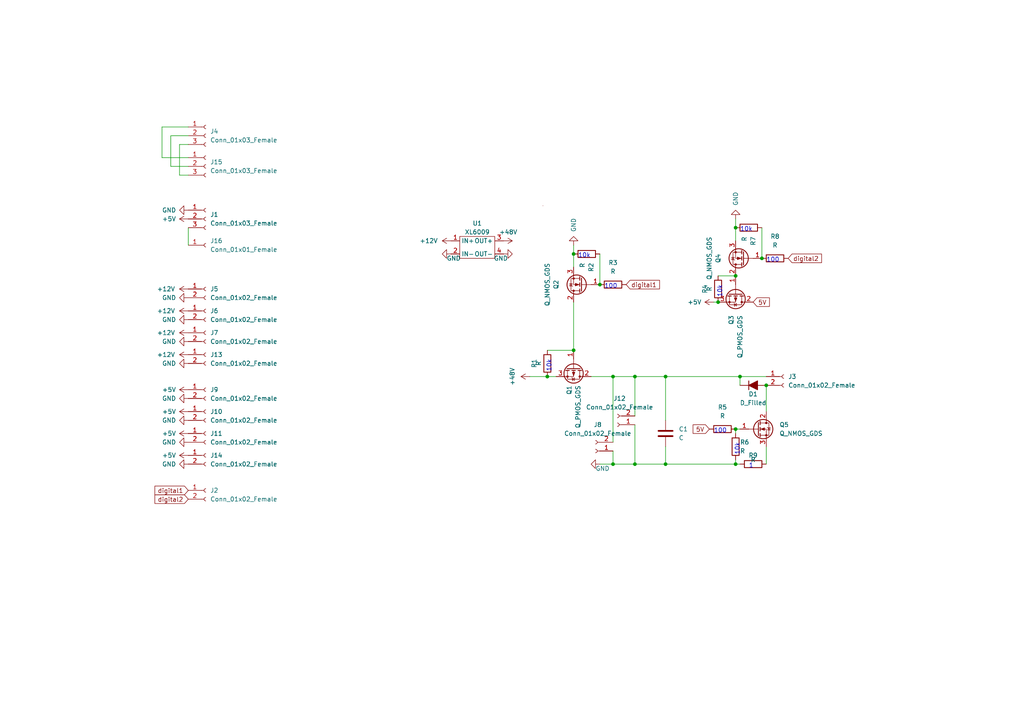
<source format=kicad_sch>
(kicad_sch (version 20211123) (generator eeschema)
  (paper "A4")
  (lib_symbols
    (symbol "Connector:Conn_01x01_Female" (pin_names (offset 1.016) hide)
      (property "Reference" "J" (at 0 2.54 0))
      (property "Value" "Conn_01x01_Female" (at 0 -2.54 0))
      (symbol "Conn_01x01_Female_1_1"
        (polyline (pts (xy -1.27 0) (xy -0.508 0)) (stroke (width 0.1524)))
        (arc (start 0 0.508) (mid -0.508 0) (end 0 -0.508) (stroke (width 0.1524)))
        (pin passive line (at -5.08 0 0) (length 3.81) (name "Pin_1") (number "1"))
      )
    )
    (symbol "Connector:Conn_01x02_Female" (pin_names (offset 1.016) hide)
      (property "Reference" "J" (at 0 2.54 0))
      (property "Value" "Conn_01x02_Female" (at 0 -5.08 0))
      (symbol "Conn_01x02_Female_1_1"
        (arc (start 0 -2.032) (mid -0.508 -2.54) (end 0 -3.048) (stroke (width 0.1524)))
        (polyline (pts (xy -1.27 -2.54) (xy -0.508 -2.54)) (stroke (width 0.1524)))
        (polyline (pts (xy -1.27 0) (xy -0.508 0)) (stroke (width 0.1524)))
        (arc (start 0 0.508) (mid -0.508 0) (end 0 -0.508) (stroke (width 0.1524)))
        (pin passive line (at -5.08 0 0) (length 3.81) (name "Pin_1") (number "1"))
        (pin passive line (at -5.08 -2.54 0) (length 3.81) (name "Pin_2") (number "2"))
      )
    )
    (symbol "Connector:Conn_01x03_Female" (pin_names (offset 1.016) hide)
      (property "Reference" "J" (at 0 5.08 0))
      (property "Value" "Conn_01x03_Female" (at 0 -5.08 0))
      (symbol "Conn_01x03_Female_1_1"
        (arc (start 0 -2.032) (mid -0.508 -2.54) (end 0 -3.048) (stroke (width 0.1524)))
        (polyline (pts (xy -1.27 -2.54) (xy -0.508 -2.54)) (stroke (width 0.1524)))
        (polyline (pts (xy -1.27 0) (xy -0.508 0)) (stroke (width 0.1524)))
        (polyline (pts (xy -1.27 2.54) (xy -0.508 2.54)) (stroke (width 0.1524)))
        (arc (start 0 0.508) (mid -0.508 0) (end 0 -0.508) (stroke (width 0.1524)))
        (arc (start 0 3.048) (mid -0.508 2.54) (end 0 2.032) (stroke (width 0.1524)))
        (pin passive line (at -5.08 2.54 0) (length 3.81) (name "Pin_1") (number "1"))
        (pin passive line (at -5.08 0 0) (length 3.81) (name "Pin_2") (number "2"))
        (pin passive line (at -5.08 -2.54 0) (length 3.81) (name "Pin_3") (number "3"))
      )
    )
    (symbol "Device:C" (pin_numbers hide) (pin_names (offset 0.254))
      (property "Reference" "C" (at 0.635 2.54 0))
      (property "Value" "C" (at 0.635 -2.54 0))
      (symbol "C_0_1"
        (polyline (pts (xy -2.032 -0.762) (xy 2.032 -0.762)) (stroke (width 0.508)))
        (polyline (pts (xy -2.032 0.762) (xy 2.032 0.762)) (stroke (width 0.508)))
      )
      (symbol "C_1_1"
        (pin passive line (at 0 3.81 270) (length 2.794) (name "~") (number "1"))
        (pin passive line (at 0 -3.81 90) (length 2.794) (name "~") (number "2"))
      )
    )
    (symbol "Device:D_Filled" (pin_numbers hide) (pin_names (offset 1.016) hide)
      (property "Reference" "D" (at 0 2.54 0))
      (property "Value" "D_Filled" (at 0 -2.54 0))
      (symbol "D_Filled_0_1"
        (polyline (pts (xy -1.27 1.27) (xy -1.27 -1.27)) (stroke (width 0.254)))
        (polyline (pts (xy 1.27 0) (xy -1.27 0)))
        (polyline (pts (xy 1.27 1.27) (xy 1.27 -1.27) (xy -1.27 0) (xy 1.27 1.27)) (stroke (width 0.254)) (fill (type outline)))
      )
      (symbol "D_Filled_1_1"
        (pin passive line (at -3.81 0 0) (length 2.54) (name "K") (number "1"))
        (pin passive line (at 3.81 0 180) (length 2.54) (name "A") (number "2"))
      )
    )
    (symbol "Device:Q_NMOS_GDS" (pin_names (offset 0) hide)
      (property "Reference" "Q" (at 5.08 1.27 0))
      (property "Value" "Q_NMOS_GDS" (at 5.08 -1.27 0))
      (symbol "Q_NMOS_GDS_0_1"
        (polyline (pts (xy 0.254 0) (xy -2.54 0)))
        (polyline (pts (xy 0.254 1.905) (xy 0.254 -1.905)) (stroke (width 0.254)))
        (polyline (pts (xy 0.762 -1.27) (xy 0.762 -2.286)) (stroke (width 0.254)))
        (polyline (pts (xy 0.762 0.508) (xy 0.762 -0.508)) (stroke (width 0.254)))
        (polyline (pts (xy 0.762 2.286) (xy 0.762 1.27)) (stroke (width 0.254)))
        (polyline (pts (xy 2.54 2.54) (xy 2.54 1.778)))
        (polyline (pts (xy 2.54 -2.54) (xy 2.54 0) (xy 0.762 0)))
        (polyline (pts (xy 0.762 -1.778) (xy 3.302 -1.778) (xy 3.302 1.778) (xy 0.762 1.778)))
        (polyline (pts (xy 1.016 0) (xy 2.032 0.381) (xy 2.032 -0.381) (xy 1.016 0)) (fill (type outline)))
        (polyline (pts (xy 2.794 0.508) (xy 2.921 0.381) (xy 3.683 0.381) (xy 3.81 0.254)))
        (polyline (pts (xy 3.302 0.381) (xy 2.921 -0.254) (xy 3.683 -0.254) (xy 3.302 0.381)))
        (circle (center 1.651 0) (radius 2.794) (stroke (width 0.254)))
        (circle (center 2.54 -1.778) (radius 0.254) (fill (type outline)))
        (circle (center 2.54 1.778) (radius 0.254) (fill (type outline)))
      )
      (symbol "Q_NMOS_GDS_1_1"
        (pin input line (at -5.08 0 0) (length 2.54) (name "G") (number "1"))
        (pin passive line (at 2.54 5.08 270) (length 2.54) (name "D") (number "2"))
        (pin passive line (at 2.54 -5.08 90) (length 2.54) (name "S") (number "3"))
      )
    )
    (symbol "Device:Q_PMOS_GDS" (pin_names (offset 0) hide)
      (property "Reference" "Q" (at 5.08 1.27 0))
      (property "Value" "Q_PMOS_GDS" (at 5.08 -1.27 0))
      (symbol "Q_PMOS_GDS_0_1"
        (polyline (pts (xy 0.254 0) (xy -2.54 0)))
        (polyline (pts (xy 0.254 1.905) (xy 0.254 -1.905)) (stroke (width 0.254)))
        (polyline (pts (xy 0.762 -1.27) (xy 0.762 -2.286)) (stroke (width 0.254)))
        (polyline (pts (xy 0.762 0.508) (xy 0.762 -0.508)) (stroke (width 0.254)))
        (polyline (pts (xy 0.762 2.286) (xy 0.762 1.27)) (stroke (width 0.254)))
        (polyline (pts (xy 2.54 2.54) (xy 2.54 1.778)))
        (polyline (pts (xy 2.54 -2.54) (xy 2.54 0) (xy 0.762 0)))
        (polyline (pts (xy 0.762 1.778) (xy 3.302 1.778) (xy 3.302 -1.778) (xy 0.762 -1.778)))
        (polyline (pts (xy 2.286 0) (xy 1.27 0.381) (xy 1.27 -0.381) (xy 2.286 0)) (fill (type outline)))
        (polyline (pts (xy 2.794 -0.508) (xy 2.921 -0.381) (xy 3.683 -0.381) (xy 3.81 -0.254)))
        (polyline (pts (xy 3.302 -0.381) (xy 2.921 0.254) (xy 3.683 0.254) (xy 3.302 -0.381)))
        (circle (center 1.651 0) (radius 2.794) (stroke (width 0.254)))
        (circle (center 2.54 -1.778) (radius 0.254) (fill (type outline)))
        (circle (center 2.54 1.778) (radius 0.254) (fill (type outline)))
      )
      (symbol "Q_PMOS_GDS_1_1"
        (pin input line (at -5.08 0 0) (length 2.54) (name "G") (number "1"))
        (pin passive line (at 2.54 5.08 270) (length 2.54) (name "D") (number "2"))
        (pin passive line (at 2.54 -5.08 90) (length 2.54) (name "S") (number "3"))
      )
    )
    (symbol "Device:R" (pin_numbers hide) (pin_names (offset 0))
      (property "Reference" "R" (at 2.032 0 90))
      (property "Value" "R" (at 0 0 90))
      (symbol "R_0_1"
        (rectangle (start -1.016 -2.54) (end 1.016 2.54) (stroke (width 0.254)))
      )
      (symbol "R_1_1"
        (pin passive line (at 0 3.81 270) (length 1.27) (name "~") (number "1"))
        (pin passive line (at 0 -3.81 90) (length 1.27) (name "~") (number "2"))
      )
    )
    (symbol "XL6009:XL6009"
      (property "Reference" "U" (at 0 1.27 0))
      (property "Value" "XL6009" (at 0 -1.27 0))
      (symbol "XL6009_0_1"
        (rectangle (start -5.08 -2.54) (end 5.08 -8.89))
        (rectangle (start 19.05 6.35) (end 19.05 6.35))
      )
      (symbol "XL6009_1_1"
        (pin input line (at -7.62 -3.81 0) (length 2.54) (name "IN+") (number "1"))
        (pin input line (at -7.62 -7.62 0) (length 2.54) (name "IN-") (number "2"))
        (pin input line (at 7.62 -3.81 180) (length 2.54) (name "OUT+") (number "3"))
        (pin input line (at 7.62 -7.62 180) (length 2.54) (name "OUT-") (number "4"))
      )
    )
    (symbol "power:+12V" (power) (pin_names (offset 0))
      (property "Value" "+12V" (at 0 3.556 0))
      (symbol "+12V_0_1"
        (polyline (pts (xy -0.762 1.27) (xy 0 2.54)))
        (polyline (pts (xy 0 0) (xy 0 2.54)))
        (polyline (pts (xy 0 2.54) (xy 0.762 1.27)))
      )
      (symbol "+12V_1_1"
        (pin power_in line (at 0 0 90) (length 0) hide (name "+12V") (number "1"))
      )
    )
    (symbol "power:+48V" (power) (pin_names (offset 0))
      (property "Value" "+48V" (at 0 3.556 0))
      (symbol "+48V_0_1"
        (polyline (pts (xy -0.762 1.27) (xy 0 2.54)))
        (polyline (pts (xy 0 0) (xy 0 2.54)))
        (polyline (pts (xy 0 2.54) (xy 0.762 1.27)))
      )
      (symbol "+48V_1_1"
        (pin power_in line (at 0 0 90) (length 0) hide (name "+48V") (number "1"))
      )
    )
    (symbol "power:+5V" (power) (pin_names (offset 0))
      (property "Value" "+5V" (at 0 3.556 0))
      (symbol "+5V_0_1"
        (polyline (pts (xy -0.762 1.27) (xy 0 2.54)))
        (polyline (pts (xy 0 0) (xy 0 2.54)))
        (polyline (pts (xy 0 2.54) (xy 0.762 1.27)))
      )
      (symbol "+5V_1_1"
        (pin power_in line (at 0 0 90) (length 0) hide (name "+5V") (number "1"))
      )
    )
    (symbol "power:GND" (power) (pin_names (offset 0))
      (property "Value" "GND" (at 0 -3.81 0))
      (symbol "GND_0_1"
        (polyline (pts (xy 0 0) (xy 0 -1.27) (xy 1.27 -1.27) (xy 0 -2.54) (xy -1.27 -1.27) (xy 0 -1.27)))
      )
      (symbol "GND_1_1"
        (pin power_in line (at 0 0 270) (length 0) hide (name "GND") (number "1"))
      )
    )
  )
  (junction (at 177.8 134.62))
  (junction (at 166.37 73.66))
  (junction (at 220.98 74.93))
  (junction (at 193.04 134.62))
  (junction (at 177.8 109.22))
  (junction (at 213.36 66.04))
  (junction (at 166.37 101.6))
  (junction (at 193.04 109.22))
  (junction (at 184.15 134.62))
  (junction (at 213.36 134.62))
  (junction (at 213.36 124.46))
  (junction (at 213.36 80.01))
  (junction (at 173.99 82.55))
  (junction (at 222.25 111.76))
  (junction (at 158.75 109.22))
  (junction (at 184.15 109.22))
  (junction (at 208.28 87.63))
  (junction (at 214.63 109.22))
  (wire (pts (xy 173.99 134.62) (xy 177.8 134.62)))
  (wire (pts (xy 166.37 87.63) (xy 166.37 101.6)))
  (wire (pts (xy 177.8 134.62) (xy 184.15 134.62)))
  (wire (pts (xy 220.98 66.04) (xy 220.98 74.93)))
  (wire (pts (xy 54.61 66.04) (xy 54.61 71.12)))
  (wire (pts (xy 52.07 41.91) (xy 52.07 50.8)))
  (wire (pts (xy 184.15 109.22) (xy 193.04 109.22)))
  (wire (pts (xy 52.07 50.8) (xy 54.61 50.8)))
  (wire (pts (xy 177.8 130.81) (xy 177.8 134.62)))
  (wire (pts (xy 158.75 101.6) (xy 166.37 101.6)))
  (wire (pts (xy 213.36 125.73) (xy 213.36 124.46)))
  (wire (pts (xy 214.63 109.22) (xy 193.04 109.22)))
  (wire (pts (xy 184.15 109.22) (xy 184.15 120.65)))
  (wire (pts (xy 213.36 124.46) (xy 214.63 124.46)))
  (wire (pts (xy 213.36 133.35) (xy 213.36 134.62)))
  (wire (pts (xy 54.61 41.91) (xy 52.07 41.91)))
  (wire (pts (xy 153.67 109.22) (xy 158.75 109.22)))
  (wire (pts (xy 177.8 109.22) (xy 184.15 109.22)))
  (wire (pts (xy 158.75 109.22) (xy 161.29 109.22)))
  (wire (pts (xy 207.01 87.63) (xy 208.28 87.63)))
  (wire (pts (xy 213.36 66.04) (xy 213.36 69.85)))
  (wire (pts (xy 49.53 48.26) (xy 54.61 48.26)))
  (wire (pts (xy 213.36 134.62) (xy 193.04 134.62)))
  (wire (pts (xy 222.25 109.22) (xy 214.63 109.22)))
  (wire (pts (xy 184.15 134.62) (xy 193.04 134.62)))
  (wire (pts (xy 54.61 36.83) (xy 46.99 36.83)))
  (wire (pts (xy 173.99 73.66) (xy 173.99 82.55)))
  (wire (pts (xy 46.99 45.72) (xy 54.61 45.72)))
  (wire (pts (xy 166.37 71.12) (xy 166.37 73.66)))
  (wire (pts (xy 49.53 39.37) (xy 49.53 48.26)))
  (wire (pts (xy 184.15 123.19) (xy 184.15 134.62)))
  (wire (pts (xy 193.04 109.22) (xy 193.04 121.92)))
  (wire (pts (xy 222.25 129.54) (xy 222.25 134.62)))
  (wire (pts (xy 171.45 109.22) (xy 177.8 109.22)))
  (wire (pts (xy 46.99 36.83) (xy 46.99 45.72)))
  (wire (pts (xy 214.63 134.62) (xy 213.36 134.62)))
  (wire (pts (xy 166.37 73.66) (xy 166.37 77.47)))
  (wire (pts (xy 222.25 119.38) (xy 222.25 111.76)))
  (wire (pts (xy 214.63 109.22) (xy 214.63 111.76)))
  (wire (pts (xy 54.61 39.37) (xy 49.53 39.37)))
  (wire (pts (xy 177.8 109.22) (xy 177.8 128.27)))
  (wire (pts (xy 193.04 134.62) (xy 193.04 129.54)))
  (wire (pts (xy 213.36 63.5) (xy 213.36 66.04)))
  (wire (pts (xy 208.28 80.01) (xy 213.36 80.01)))
  (text "10k" (at 209.55 86.36 90) (effects (font (size 1.27 1.27)) (justify left bottom)))
  (text "10k" (at 160.02 107.95 90) (effects (font (size 1.27 1.27)) (justify left bottom)))
  (text "10k" (at 167.64 74.93 0) (effects (font (size 1.27 1.27)) (justify left bottom)))
  (text "100" (at 175.26 83.82 0) (effects (font (size 1.27 1.27)) (justify left bottom)))
  (text "1" (at 217.17 135.89 0) (effects (font (size 1.27 1.27)) (justify left bottom)))
  (text "10k" (at 214.63 67.31 0) (effects (font (size 1.27 1.27)) (justify left bottom)))
  (text "100" (at 222.25 76.2 0) (effects (font (size 1.27 1.27)) (justify left bottom)))
  (text "100" (at 207.01 125.73 0) (effects (font (size 1.27 1.27)) (justify left bottom)))
  (text "10k" (at 214.63 132.08 90) (effects (font (size 1.27 1.27)) (justify left bottom)))
  (global_label "5V" (shape input) (at 205.74 124.46 180) (property "Intersheet References" "${INTERSHEET_REFS}" (effects hide)))
  (global_label "digital1" (shape input) (at 181.61 82.55 0) (property "Intersheet References" "${INTERSHEET_REFS}" (effects hide)))
  (global_label "digital2" (shape input) (at 228.6 74.93 0) (property "Intersheet References" "${INTERSHEET_REFS}" (effects hide)))
  (global_label "digital2" (shape input) (at 54.61 144.78 180) (property "Intersheet References" "${INTERSHEET_REFS}" (effects hide)))
  (global_label "digital1" (shape input) (at 54.61 142.24 180) (property "Intersheet References" "${INTERSHEET_REFS}" (effects hide)))
  (global_label "5V" (shape input) (at 218.44 87.63 0) (property "Intersheet References" "${INTERSHEET_REFS}" (effects hide)))
  (symbol (lib_id "power:GND") (at 54.61 99.06 270) (unit 1)
    (property "Reference" "#PWR0122" (effects hide))
    (property "Value" "GND" (at 46.99 99.06 90) (effects (justify left)))
  )
  (symbol (lib_id "power:GND") (at 54.61 105.41 270) (unit 1)
    (property "Reference" "#PWR0125" (effects hide))
    (property "Value" "GND" (at 46.99 105.41 90) (effects (justify left)))
  )
  (symbol (lib_id "Connector:Conn_01x02_Female") (at 59.69 90.17 0) (unit 1)
    (property "Reference" "J6" (at 60.96 90.1699 0) (effects (justify left)))
    (property "Value" "Conn_01x02_Female" (at 60.96 92.7099 0) (effects (justify left)))
    (property "Footprint" "Connector_PinHeader_2.54mm:PinHeader_1x02_P2.54mm_Vertical" (effects hide))
  )
  (symbol (lib_id "Connector:Conn_01x02_Female") (at 59.69 132.08 0) (unit 1)
    (property "Reference" "J14" (at 60.96 132.0799 0) (effects (justify left)))
    (property "Value" "Conn_01x02_Female" (at 60.96 134.6199 0) (effects (justify left)))
    (property "Footprint" "Connector_PinHeader_2.54mm:PinHeader_1x02_P2.54mm_Vertical" (effects hide))
  )
  (symbol (lib_id "power:GND") (at 54.61 128.27 270) (unit 1)
    (property "Reference" "#PWR0123" (effects hide))
    (property "Value" "GND" (at 46.99 128.27 90) (effects (justify left)))
  )
  (symbol (lib_id "Connector:Conn_01x03_Female") (at 59.69 48.26 0) (unit 1)
    (property "Reference" "J15" (at 60.96 46.9899 0) (effects (justify left)))
    (property "Value" "Conn_01x03_Female" (at 60.96 49.5299 0) (effects (justify left)))
    (property "Footprint" "Connector_PinHeader_2.54mm:PinHeader_1x03_P2.54mm_Vertical" (effects hide))
  )
  (symbol (lib_id "power:+12V") (at 54.61 90.17 90) (unit 1)
    (property "Reference" "#PWR0117" (effects hide))
    (property "Value" "+12V" (at 50.8 90.1699 90) (effects (justify left)))
  )
  (symbol (lib_id "power:+48V") (at 153.67 109.22 90) (unit 1)
    (property "Reference" "#PWR0105" (effects hide))
    (property "Value" "+48V" (at 148.59 109.22 0))
  )
  (symbol (lib_id "power:GND") (at 213.36 63.5 180) (unit 1)
    (property "Reference" "#PWR0108" (effects hide))
    (property "Value" "GND" (at 213.3601 59.69 90) (effects (justify right)))
  )
  (symbol (lib_id "Device:R") (at 177.8 82.55 270) (unit 1)
    (property "Reference" "R3" (at 177.8 76.2 90))
    (property "Value" "R" (at 177.8 78.74 90))
    (property "Footprint" "Resistor_THT:R_Axial_DIN0207_L6.3mm_D2.5mm_P7.62mm_Horizontal" (effects hide))
  )
  (symbol (lib_id "Connector:Conn_01x02_Female") (at 59.69 113.03 0) (unit 1)
    (property "Reference" "J9" (at 60.96 113.0299 0) (effects (justify left)))
    (property "Value" "Conn_01x02_Female" (at 60.96 115.5699 0) (effects (justify left)))
    (property "Footprint" "Connector_PinHeader_2.54mm:PinHeader_1x02_P2.54mm_Vertical" (effects hide))
  )
  (symbol (lib_id "power:+5V") (at 54.61 132.08 90) (unit 1)
    (property "Reference" "#PWR0111" (effects hide))
    (property "Value" "+5V" (at 46.99 132.08 90) (effects (justify right)))
  )
  (symbol (lib_id "Connector:Conn_01x02_Female") (at 59.69 83.82 0) (unit 1)
    (property "Reference" "J5" (at 60.96 83.8199 0) (effects (justify left)))
    (property "Value" "Conn_01x02_Female" (at 60.96 86.3599 0) (effects (justify left)))
    (property "Footprint" "Connector_PinHeader_2.54mm:PinHeader_1x02_P2.54mm_Vertical" (effects hide))
  )
  (symbol (lib_id "Device:D_Filled") (at 218.44 111.76 0) (unit 1)
    (property "Reference" "D1" (at 218.44 114.3 0))
    (property "Value" "D_Filled" (at 218.44 116.84 0))
    (property "Footprint" "Diode_THT:D_DO-15_P10.16mm_Horizontal" (effects hide))
  )
  (symbol (lib_id "Connector:Conn_01x03_Female") (at 59.69 39.37 0) (unit 1)
    (property "Reference" "J4" (at 60.96 38.0999 0) (effects (justify left)))
    (property "Value" "Conn_01x03_Female" (at 60.96 40.6399 0) (effects (justify left)))
    (property "Footprint" "Connector_PinHeader_2.54mm:PinHeader_1x03_P2.54mm_Vertical" (effects hide))
  )
  (symbol (lib_id "power:GND") (at 54.61 121.92 270) (unit 1)
    (property "Reference" "#PWR0116" (effects hide))
    (property "Value" "GND" (at 46.99 121.92 90) (effects (justify left)))
  )
  (symbol (lib_id "power:+5V") (at 54.61 63.5 90) (unit 1)
    (property "Reference" "#PWR0126" (effects hide))
    (property "Value" "+5V" (at 46.99 63.5 90) (effects (justify right)))
  )
  (symbol (lib_id "Device:R") (at 213.36 129.54 0) (unit 1)
    (property "Reference" "R6" (at 214.63 128.27 0) (effects (justify left)))
    (property "Value" "R" (at 214.63 130.81 0) (effects (justify left)))
    (property "Footprint" "Resistor_THT:R_Axial_DIN0207_L6.3mm_D2.5mm_P7.62mm_Horizontal" (effects hide))
  )
  (symbol (lib_id "Device:Q_NMOS_GDS") (at 215.9 74.93 180) (unit 1)
    (property "Reference" "Q4" (at 208.28 74.93 90))
    (property "Value" "Q_NMOS_GDS" (at 205.74 74.93 90))
    (property "Footprint" "KiCAD_library:Nch MOSFET" (effects hide))
  )
  (symbol (lib_id "Connector:Conn_01x01_Female") (at 59.69 71.12 0) (unit 1)
    (property "Reference" "J16" (at 60.96 69.8499 0) (effects (justify left)))
    (property "Value" "Conn_01x01_Female" (at 60.96 72.3899 0) (effects (justify left)))
    (property "Footprint" "Connector_PinHeader_2.54mm:PinHeader_1x01_P2.54mm_Vertical" (effects hide))
  )
  (symbol (lib_id "Device:Q_NMOS_GDS") (at 168.91 82.55 180) (unit 1)
    (property "Reference" "Q2" (at 161.29 82.55 90))
    (property "Value" "Q_NMOS_GDS" (at 158.75 82.55 90))
    (property "Footprint" "KiCAD_library:Nch MOSFET" (effects hide))
  )
  (symbol (lib_id "power:GND") (at 54.61 134.62 270) (unit 1)
    (property "Reference" "#PWR0112" (effects hide))
    (property "Value" "GND" (at 46.99 134.62 90) (effects (justify left)))
  )
  (symbol (lib_id "power:GND") (at 130.81 73.66 270) (unit 1)
    (property "Reference" "#PWR0104" (effects hide))
    (property "Value" "GND" (at 129.54 74.93 90) (effects (justify left)))
  )
  (symbol (lib_id "Connector:Conn_01x02_Female") (at 59.69 119.38 0) (unit 1)
    (property "Reference" "J10" (at 60.96 119.3799 0) (effects (justify left)))
    (property "Value" "Conn_01x02_Female" (at 60.96 121.9199 0) (effects (justify left)))
    (property "Footprint" "Connector_PinHeader_2.54mm:PinHeader_1x02_P2.54mm_Vertical" (effects hide))
  )
  (symbol (lib_id "Device:Q_PMOS_GDS") (at 166.37 106.68 270) (unit 1)
    (property "Reference" "Q1" (at 165.1 111.76 0) (effects (justify left)))
    (property "Value" "Q_PMOS_GDS" (at 167.64 111.76 0) (effects (justify left)))
    (property "Footprint" "KiCAD_library:Pch MOSFET" (effects hide))
  )
  (symbol (lib_id "power:GND") (at 166.37 71.12 180) (unit 1)
    (property "Reference" "#PWR0107" (effects hide))
    (property "Value" "GND" (at 166.3701 67.31 90) (effects (justify right)))
  )
  (symbol (lib_id "Connector:Conn_01x02_Female") (at 227.33 109.22 0) (unit 1)
    (property "Reference" "J3" (at 228.6 109.2199 0) (effects (justify left)))
    (property "Value" "Conn_01x02_Female" (at 228.6 111.7599 0) (effects (justify left)))
    (property "Footprint" "Connector_PinHeader_2.54mm:PinHeader_1x02_P2.54mm_Vertical" (effects hide))
  )
  (symbol (lib_id "power:+5V") (at 207.01 87.63 90) (unit 1)
    (property "Reference" "#PWR0106" (effects hide))
    (property "Value" "+5V" (at 199.39 87.63 90) (effects (justify right)))
  )
  (symbol (lib_id "Device:R") (at 158.75 105.41 180) (unit 1)
    (property "Reference" "R1" (at 154.94 105.41 90))
    (property "Value" "R" (at 156.21 105.41 90))
    (property "Footprint" "Resistor_THT:R_Axial_DIN0207_L6.3mm_D2.5mm_P7.62mm_Horizontal" (effects hide))
  )
  (symbol (lib_id "power:+12V") (at 54.61 96.52 90) (unit 1)
    (property "Reference" "#PWR0121" (effects hide))
    (property "Value" "+12V" (at 50.8 96.5199 90) (effects (justify left)))
  )
  (symbol (lib_id "power:+5V") (at 54.61 113.03 90) (unit 1)
    (property "Reference" "#PWR0110" (effects hide))
    (property "Value" "+5V" (at 46.99 113.03 90) (effects (justify right)))
  )
  (symbol (lib_id "power:GND") (at 54.61 86.36 270) (unit 1)
    (property "Reference" "#PWR0120" (effects hide))
    (property "Value" "GND" (at 46.99 86.36 90) (effects (justify left)))
  )
  (symbol (lib_id "Device:R") (at 208.28 83.82 180) (unit 1)
    (property "Reference" "R4" (at 204.47 83.82 90))
    (property "Value" "R" (at 205.74 83.82 90))
    (property "Footprint" "Resistor_THT:R_Axial_DIN0207_L6.3mm_D2.5mm_P7.62mm_Horizontal" (effects hide))
  )
  (symbol (lib_id "Device:R") (at 170.18 73.66 90) (unit 1)
    (property "Reference" "R2" (at 171.4501 76.2 0) (effects (justify right)))
    (property "Value" "R" (at 168.9101 76.2 0) (effects (justify right)))
    (property "Footprint" "Resistor_THT:R_Axial_DIN0207_L6.3mm_D2.5mm_P7.62mm_Horizontal" (effects hide))
  )
  (symbol (lib_id "power:GND") (at 146.05 73.66 90) (unit 1)
    (property "Reference" "#PWR0102" (effects hide))
    (property "Value" "GND" (at 147.32 74.93 90) (effects (justify left)))
  )
  (symbol (lib_id "power:+5V") (at 54.61 119.38 90) (unit 1)
    (property "Reference" "#PWR0115" (effects hide))
    (property "Value" "+5V" (at 46.99 119.38 90) (effects (justify right)))
  )
  (symbol (lib_id "Connector:Conn_01x02_Female") (at 59.69 125.73 0) (unit 1)
    (property "Reference" "J11" (at 60.96 125.7299 0) (effects (justify left)))
    (property "Value" "Conn_01x02_Female" (at 60.96 128.2699 0) (effects (justify left)))
    (property "Footprint" "Connector_PinHeader_2.54mm:PinHeader_1x02_P2.54mm_Vertical" (effects hide))
  )
  (symbol (lib_id "Device:R") (at 218.44 134.62 90) (unit 1)
    (property "Reference" "R9" (at 218.44 132.08 90))
    (property "Value" "R" (at 218.44 133.35 90))
    (property "Footprint" "Resistor_THT:R_Axial_Power_L20.0mm_W6.4mm_P5.08mm_Vertical" (effects hide))
  )
  (symbol (lib_id "Device:R") (at 217.17 66.04 90) (unit 1)
    (property "Reference" "R7" (at 218.4401 68.58 0) (effects (justify right)))
    (property "Value" "R" (at 215.9001 68.58 0) (effects (justify right)))
    (property "Footprint" "Resistor_THT:R_Axial_DIN0207_L6.3mm_D2.5mm_P7.62mm_Horizontal" (effects hide))
  )
  (symbol (lib_id "Connector:Conn_01x02_Female") (at 172.72 130.81 180) (unit 1)
    (property "Reference" "J8" (at 173.355 123.19 0))
    (property "Value" "Conn_01x02_Female" (at 173.355 125.73 0))
    (property "Footprint" "Connector_PinHeader_2.54mm:PinHeader_1x02_P2.54mm_Vertical" (effects hide))
  )
  (symbol (lib_id "power:GND") (at 54.61 92.71 270) (unit 1)
    (property "Reference" "#PWR0118" (effects hide))
    (property "Value" "GND" (at 46.99 92.71 90) (effects (justify left)))
  )
  (symbol (lib_id "Device:R") (at 224.79 74.93 270) (unit 1)
    (property "Reference" "R8" (at 224.79 68.58 90))
    (property "Value" "R" (at 224.79 71.12 90))
    (property "Footprint" "Resistor_THT:R_Axial_DIN0207_L6.3mm_D2.5mm_P7.62mm_Horizontal" (effects hide))
  )
  (symbol (lib_id "power:+12V") (at 54.61 102.87 90) (unit 1)
    (property "Reference" "#PWR0124" (effects hide))
    (property "Value" "+12V" (at 50.8 102.8699 90) (effects (justify left)))
  )
  (symbol (lib_id "power:+12V") (at 130.81 69.85 90) (unit 1)
    (property "Reference" "#PWR0109" (effects hide))
    (property "Value" "+12V" (at 127 69.8499 90) (effects (justify left)))
  )
  (symbol (lib_id "Connector:Conn_01x02_Female") (at 59.69 96.52 0) (unit 1)
    (property "Reference" "J7" (at 60.96 96.5199 0) (effects (justify left)))
    (property "Value" "Conn_01x02_Female" (at 60.96 99.0599 0) (effects (justify left)))
    (property "Footprint" "Connector_PinHeader_2.54mm:PinHeader_1x02_P2.54mm_Vertical" (effects hide))
  )
  (symbol (lib_id "power:GND") (at 54.61 60.96 270) (unit 1)
    (property "Reference" "#PWR0127" (effects hide))
    (property "Value" "GND" (at 46.99 60.96 90) (effects (justify left)))
  )
  (symbol (lib_id "power:+48V") (at 146.05 69.85 270) (unit 1)
    (property "Reference" "#PWR0103" (effects hide))
    (property "Value" "+48V" (at 144.78 67.31 90) (effects (justify left)))
  )
  (symbol (lib_id "Connector:Conn_01x02_Female") (at 59.69 102.87 0) (unit 1)
    (property "Reference" "J13" (at 60.96 102.8699 0) (effects (justify left)))
    (property "Value" "Conn_01x02_Female" (at 60.96 105.4099 0) (effects (justify left)))
    (property "Footprint" "Connector_PinHeader_2.54mm:PinHeader_1x02_P2.54mm_Vertical" (effects hide))
  )
  (symbol (lib_id "Device:C") (at 193.04 125.73 0) (unit 1)
    (property "Reference" "C1" (at 196.85 124.4599 0) (effects (justify left)))
    (property "Value" "C" (at 196.85 126.9999 0) (effects (justify left)))
    (property "Footprint" "Capacitor_THT:CP_Radial_D22.0mm_P10.00mm_SnapIn" (effects hide))
  )
  (symbol (lib_id "power:+5V") (at 54.61 125.73 90) (unit 1)
    (property "Reference" "#PWR0113" (effects hide))
    (property "Value" "+5V" (at 46.99 125.73 90) (effects (justify right)))
  )
  (symbol (lib_id "Device:Q_NMOS_GDS") (at 219.71 124.46 0) (unit 1)
    (property "Reference" "Q5" (at 226.06 123.1899 0) (effects (justify left)))
    (property "Value" "Q_NMOS_GDS" (at 226.06 125.7299 0) (effects (justify left)))
    (property "Footprint" "KiCAD_library:Pch MOSFET" (effects hide))
  )
  (symbol (lib_id "XL6009:XL6009") (at 138.43 66.04 0) (unit 1)
    (property "Reference" "U1" (at 138.43 64.77 0))
    (property "Value" "XL6009" (at 138.43 67.31 0))
    (property "Footprint" "XL6009:XL6009" (effects hide))
  )
  (symbol (lib_id "power:+12V") (at 54.61 83.82 90) (unit 1)
    (property "Reference" "#PWR0119" (effects hide))
    (property "Value" "+12V" (at 50.8 83.8199 90) (effects (justify left)))
  )
  (symbol (lib_id "Connector:Conn_01x03_Female") (at 59.69 63.5 0) (unit 1)
    (property "Reference" "J1" (at 60.96 62.2299 0) (effects (justify left)))
    (property "Value" "Conn_01x03_Female" (at 60.96 64.7699 0) (effects (justify left)))
    (property "Footprint" "Connector_PinHeader_2.54mm:PinHeader_1x03_P2.54mm_Vertical" (effects hide))
  )
  (symbol (lib_id "Device:R") (at 209.55 124.46 90) (unit 1)
    (property "Reference" "R5" (at 209.55 118.11 90))
    (property "Value" "R" (at 209.55 120.65 90))
    (property "Footprint" "Resistor_THT:R_Axial_DIN0207_L6.3mm_D2.5mm_P7.62mm_Horizontal" (effects hide))
  )
  (symbol (lib_id "power:GND") (at 54.61 115.57 270) (unit 1)
    (property "Reference" "#PWR0114" (effects hide))
    (property "Value" "GND" (at 46.99 115.57 90) (effects (justify left)))
  )
  (symbol (lib_id "Connector:Conn_01x02_Female") (at 179.07 123.19 180) (unit 1)
    (property "Reference" "J12" (at 179.705 115.57 0))
    (property "Value" "Conn_01x02_Female" (at 179.705 118.11 0))
    (property "Footprint" "Connector_PinHeader_2.54mm:PinHeader_1x02_P2.54mm_Vertical" (effects hide))
  )
  (symbol (lib_id "power:GND") (at 173.99 134.62 270) (unit 1)
    (property "Reference" "#PWR0101" (effects hide))
    (property "Value" "GND" (at 172.72 135.89 90) (effects (justify left)))
  )
  (symbol (lib_id "Device:Q_PMOS_GDS") (at 213.36 85.09 270) (unit 1)
    (property "Reference" "Q3" (at 212.0899 91.44 0) (effects (justify left)))
    (property "Value" "Q_PMOS_GDS" (at 214.6299 91.44 0) (effects (justify left)))
    (property "Footprint" "KiCAD_library:Nch MOSFET" (effects hide))
  )
  (symbol (lib_id "Connector:Conn_01x02_Female") (at 59.69 142.24 0) (unit 1)
    (property "Reference" "J2" (at 60.96 142.2399 0) (effects (justify left)))
    (property "Value" "Conn_01x02_Female" (at 60.96 144.7799 0) (effects (justify left)))
    (property "Footprint" "Connector_PinHeader_2.54mm:PinHeader_1x02_P2.54mm_Vertical" (effects hide))
  )
)
</source>
